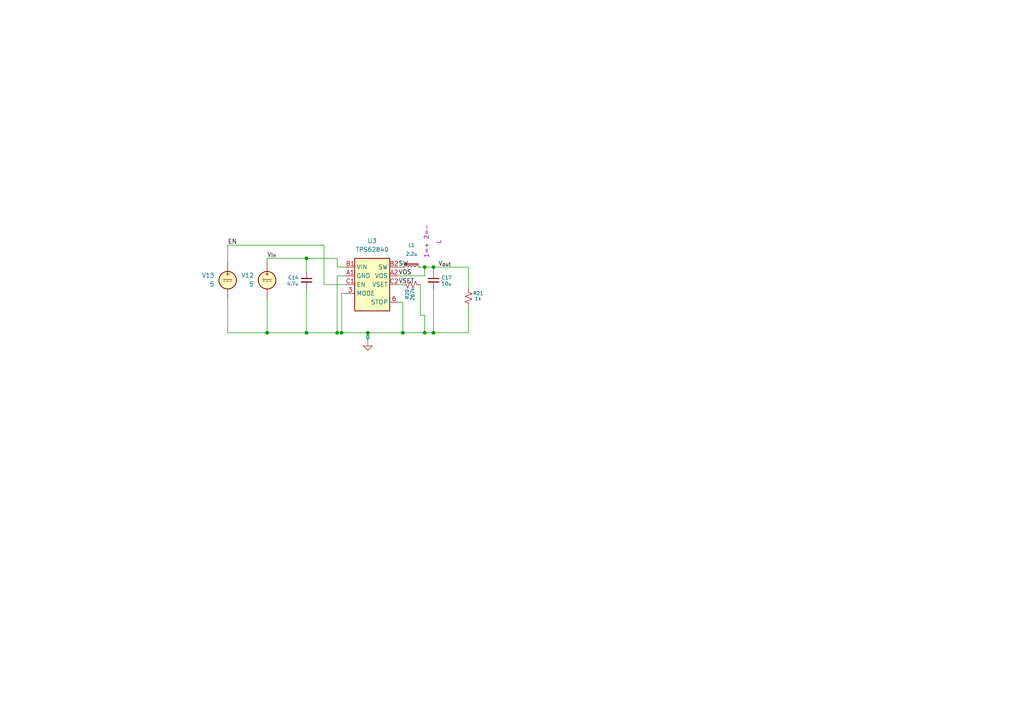
<source format=kicad_sch>
(kicad_sch (version 20250114) (generator "eeschema") (generator_version "9.0")
  (paper "A4")
  (lib_symbols
    (symbol "Device:C_Small" (pin_numbers (hide yes)) (pin_names (offset 0.254) (hide yes))
      (property "Reference" "C" (at 0.254 1.778 0))
      (property "Value" "C_Small" (at 0.254 -2.032 0))
      (symbol "C_Small_0_1"
        (polyline (pts (xy -1.524 0.508) (xy 1.524 0.508)) (stroke (width 0.3048)))
        (polyline (pts (xy -1.524 -0.508) (xy 1.524 -0.508)) (stroke (width 0.3302)))
      )
      (symbol "C_Small_1_1"
        (pin passive line (at 0 2.54 270) (length 2.032) (name "~") (number "1"))
        (pin passive line (at 0 -2.54 90) (length 2.032) (name "~") (number "2"))
      )
    )
    (symbol "Device:L_Iron_Small" (pin_numbers (hide yes)) (pin_names (offset 0.254) (hide yes))
      (property "Reference" "L" (at 1.27 1.016 0))
      (property "Value" "L_Iron_Small" (at 1.27 -1.27 0))
      (symbol "L_Iron_Small_0_1"
        (arc (start 0 2.032) (mid 0.5058 1.524) (end 0 1.016))
        (arc (start 0 1.016) (mid 0.5058 0.508) (end 0 0))
        (arc (start 0 0) (mid 0.5058 -0.508) (end 0 -1.016))
        (arc (start 0 -1.016) (mid 0.5058 -1.524) (end 0 -2.032))
        (polyline (pts (xy 0.762 2.032) (xy 0.762 -2.032)))
        (polyline (pts (xy 1.016 -2.032) (xy 1.016 2.032)))
      )
      (symbol "L_Iron_Small_1_1"
        (pin passive line (at 0 2.54 270) (length 0.508) (name "~") (number "1"))
        (pin passive line (at 0 -2.54 90) (length 0.508) (name "~") (number "2"))
      )
    )
    (symbol "Device:R_Small_US" (pin_numbers (hide yes)) (pin_names (offset 0.254) (hide yes))
      (property "Reference" "R" (at 0.762 0.508 0))
      (property "Value" "R_Small_US" (at 0.762 -1.016 0))
      (symbol "R_Small_US_1_1"
        (polyline (pts (xy 0 1.524) (xy 1.016 1.143) (xy 0 0.762) (xy -1.016 0.381) (xy 0 0)))
        (polyline (pts (xy 0 0) (xy 1.016 -0.381) (xy 0 -0.762) (xy -1.016 -1.143) (xy 0 -1.524)))
        (pin passive line (at 0 2.54 270) (length 1.016) (name "~") (number "1"))
        (pin passive line (at 0 -2.54 90) (length 1.016) (name "~") (number "2"))
      )
    )
    (symbol "Simulation_SPICE:0" (power) (pin_numbers (hide yes)) (pin_names (offset 0) (hide yes))
      (property "Value" "0" (at 0 -2.54 0))
      (symbol "0_0_1"
        (polyline (pts (xy -1.27 0) (xy 0 -1.27) (xy 1.27 0) (xy -1.27 0)))
      )
      (symbol "0_1_1"
        (pin power_in line (at 0 0 0) (length 0) (name "~") (number "1"))
      )
    )
    (symbol "Simulation_SPICE:VDC" (pin_numbers (hide yes)) (pin_names (offset 0.0254))
      (property "Reference" "V" (at 2.54 2.54 0))
      (property "Value" "1" (at 2.54 0 0))
      (symbol "VDC_0_0"
        (polyline (pts (xy -1.27 0.254) (xy 1.27 0.254)))
        (polyline (pts (xy -0.762 -0.254) (xy -1.27 -0.254)))
        (polyline (pts (xy 0.254 -0.254) (xy -0.254 -0.254)))
        (polyline (pts (xy 1.27 -0.254) (xy 0.762 -0.254)))
        (text "+" (at 0 1.905 0) (effects (font (size 1.27 1.27))))
      )
      (symbol "VDC_0_1"
        (circle (center 0 0) (radius 2.54) (stroke (width 0.254)) (fill (type background)))
      )
      (symbol "VDC_1_1"
        (pin passive line (at 0 5.08 270) (length 2.54) (name "~") (number "1"))
        (pin passive line (at 0 -5.08 90) (length 2.54) (name "~") (number "2"))
      )
    )
    (symbol "TPS62840YBG:TPS62840YBG_sim"
      (property "Reference" "U" (at 0 6.35 0))
      (symbol "TPS62840YBG_sim_0_1"
        (rectangle (start -5.08 5.08) (end 5.08 -10.16) (stroke (width 0.254)) (fill (type background)))
      )
      (symbol "TPS62840YBG_sim_1_1"
        (pin power_in line (at -7.62 2.54 0) (length 2.54) (name "VIN") (number "B1"))
        (pin power_in line (at -7.62 0 0) (length 2.54) (name "GND") (number "A1"))
        (pin input line (at -7.62 -2.54 0) (length 2.54) (name "EN") (number "C1"))
        (pin input line (at -7.62 -5.08 0) (length 2.54) (name "MODE") (number "3"))
        (pin open_collector line (at 7.62 2.54 180) (length 2.54) (name "SW") (number "B2"))
        (pin input line (at 7.62 0 180) (length 2.54) (name "VOS") (number "A2"))
        (pin input line (at 7.62 -2.54 180) (length 2.54) (name "VSET") (number "C2"))
        (pin input line (at 7.62 -7.62 180) (length 2.54) (name "STOP") (number "6"))
      )
    )
  )
  (junction (at 123.19 77.47))
  (junction (at 116.84 96.52))
  (junction (at 99.06 96.52))
  (junction (at 77.47 96.52))
  (junction (at 106.68 96.52))
  (junction (at 123.19 96.52))
  (junction (at 88.9 96.52))
  (junction (at 125.73 96.52))
  (junction (at 88.9 74.93))
  (junction (at 97.79 96.52))
  (junction (at 125.73 77.47))
  (wire (pts (xy 123.19 77.47) (xy 125.73 77.47)))
  (wire (pts (xy 115.57 80.01) (xy 123.19 80.01)))
  (wire (pts (xy 100.33 80.01) (xy 97.79 80.01)))
  (wire (pts (xy 77.47 76.2) (xy 77.47 74.93)))
  (wire (pts (xy 123.19 80.01) (xy 123.19 77.47)))
  (wire (pts (xy 135.89 83.82) (xy 135.89 77.47)))
  (wire (pts (xy 66.04 76.2) (xy 66.04 71.12)))
  (wire (pts (xy 97.79 96.52) (xy 99.06 96.52)))
  (wire (pts (xy 93.98 71.12) (xy 93.98 82.55)))
  (wire (pts (xy 115.57 77.47) (xy 116.84 77.47)))
  (wire (pts (xy 115.57 82.55) (xy 116.84 82.55)))
  (wire (pts (xy 99.06 85.09) (xy 100.33 85.09)))
  (wire (pts (xy 66.04 96.52) (xy 77.47 96.52)))
  (wire (pts (xy 106.68 96.52) (xy 106.68 100.33)))
  (wire (pts (xy 125.73 83.82) (xy 125.73 96.52)))
  (wire (pts (xy 88.9 83.82) (xy 88.9 96.52)))
  (wire (pts (xy 125.73 77.47) (xy 135.89 77.47)))
  (wire (pts (xy 66.04 86.36) (xy 66.04 96.52)))
  (wire (pts (xy 66.04 71.12) (xy 93.98 71.12)))
  (wire (pts (xy 100.33 82.55) (xy 93.98 82.55)))
  (wire (pts (xy 77.47 96.52) (xy 88.9 96.52)))
  (wire (pts (xy 116.84 96.52) (xy 123.19 96.52)))
  (wire (pts (xy 106.68 96.52) (xy 116.84 96.52)))
  (wire (pts (xy 115.57 87.63) (xy 116.84 87.63)))
  (wire (pts (xy 135.89 88.9) (xy 135.89 96.52)))
  (wire (pts (xy 77.47 86.36) (xy 77.47 96.52)))
  (wire (pts (xy 88.9 74.93) (xy 97.79 74.93)))
  (wire (pts (xy 88.9 96.52) (xy 97.79 96.52)))
  (wire (pts (xy 135.89 96.52) (xy 125.73 96.52)))
  (wire (pts (xy 97.79 77.47) (xy 100.33 77.47)))
  (wire (pts (xy 97.79 74.93) (xy 97.79 77.47)))
  (wire (pts (xy 121.92 91.44) (xy 123.19 91.44)))
  (wire (pts (xy 123.19 96.52) (xy 125.73 96.52)))
  (wire (pts (xy 88.9 74.93) (xy 88.9 78.74)))
  (wire (pts (xy 116.84 87.63) (xy 116.84 96.52)))
  (wire (pts (xy 125.73 77.47) (xy 125.73 78.74)))
  (wire (pts (xy 99.06 85.09) (xy 99.06 96.52)))
  (wire (pts (xy 123.19 91.44) (xy 123.19 96.52)))
  (wire (pts (xy 99.06 96.52) (xy 106.68 96.52)))
  (wire (pts (xy 77.47 74.93) (xy 88.9 74.93)))
  (wire (pts (xy 121.92 77.47) (xy 123.19 77.47)))
  (wire (pts (xy 97.79 80.01) (xy 97.79 96.52)))
  (wire (pts (xy 121.92 91.44) (xy 121.92 82.55)))
  (label "VSET" (at 115.57 82.55 0))
  (label "VOS" (at 115.57 80.01 0))
  (label "EN" (at 66.04 71.12 0))
  (label "V_{in}" (at 77.47 74.93 0))
  (label "V_{out}" (at 130.81 77.47 180))
  (label "SW" (at 115.57 77.47 0))
  (symbol (lib_id "TPS62840YBG:TPS62840YBG_sim") (at 107.95 80.01 0) (unit 1)
    (property "Reference" "U3" (at 107.95 69.85 0))
    (property "Value" "TPS62840" (at 107.95 72.39 0))
    (property "Footprint" "Package_BGA:Texas_DSBGA-6_0.855x1.255mm_Layout2x3_P0.4mm_LevelC" (effects (hide yes)))
    (property "LCSC" "C2071139" (effects (hide yes)))
    (property "Sim.Library" "C:\\Users\\Hyeonje\\Documents\\STM32-FC\\HW\\STM32-FC_v2\\sim\\lib\\TPS62840_PSPICE_TRANS\\TPS62840_TRANS.LIB" (effects (hide yes)))
    (property "Sim.Name" "TPS62840_TRANS" (effects (hide yes)))
    (property "Sim.Device" "SUBCKT" (effects (hide yes)))
    (property "Sim.Pins" "3=MODE 6=STOP A1=GND A2=VOS B1=VIN B2=SW C1=EN C2=VSET" (effects (hide yes)))
  )
  (symbol (lib_id "Simulation_SPICE:VDC") (at 77.47 81.28 0) (unit 1)
    (property "Reference" "V12" (at 73.66 79.8801 0) (effects (justify right)))
    (property "Value" "5" (at 73.66 82.4201 0) (effects (justify right)))
    (property "Datasheet" "https://ngspice.sourceforge.io/docs/ngspice-html-manual/manual.xhtml#sec_Independent_Sources_for" (effects (hide yes)))
    (property "Description" "Voltage source, DC" (effects (hide yes)))
    (property "Sim.Pins" "1=+ 2=-" (effects (hide yes)))
    (property "Sim.Type" "DC" (effects (hide yes)))
    (property "Sim.Device" "V" (effects (hide yes)))
  )
  (symbol (lib_id "Device:R_Small_US") (at 119.38 82.55 270) (mirror x) (unit 1)
    (property "Reference" "R20" (at 118.11 85.344 0) (effects (font (size 1 1))))
    (property "Value" "267k" (at 119.634 85.344 0) (effects (font (size 1 1))))
    (property "Footprint" "Resistor_SMD:R_0402_1005Metric" (effects (hide yes)))
    (property "Description" "Resistor, small US symbol" (effects (hide yes)))
    (property "Sim.Device" "R" (effects (hide yes)))
    (property "Sim.Pins" "1=+ 2=-" (effects (hide yes)))
    (property "LCSC" "C2998050" (effects (hide yes)))
  )
  (symbol (lib_id "Device:C_Small") (at 88.9 81.28 0) (unit 1)
    (property "Reference" "C14" (at 86.614 80.518 0) (effects (font (size 1 1)) (justify right)))
    (property "Value" "4.7u" (at 86.614 82.296 0) (effects (font (size 1 1)) (justify right)))
    (property "Footprint" "Capacitor_SMD:C_0402_1005Metric" (effects (hide yes)))
    (property "Sim.Device" "C" (effects (hide yes)))
    (property "Sim.Pins" "1=+ 2=-" (effects (hide yes)))
    (property "LCSC" "C307423" (effects (hide yes)))
  )
  (symbol (lib_id "Device:L_Iron_Small") (at 119.38 77.47 90) (unit 1)
    (property "Reference" "L1" (at 119.38 71.12 90) (effects (font (size 1 1))))
    (property "Value" "2.2u" (at 119.38 73.66 90) (effects (font (size 1 1))))
    (property "Footprint" "VLS201610ET-2R2M:VLS201610ET-2R2M" (effects (hide yes)))
    (property "Description" "Inductor with iron core, small symbol" (effects (hide yes)))
    (property "LCSC" "C114768" (effects (hide yes)))
    (property "Sim.Device" "L" (at 127.254 70.104 0))
    (property "Sim.Pins" "1=+ 2=-" (at 123.698 69.85 0))
  )
  (symbol (lib_id "Simulation_SPICE:0") (at 106.68 100.33 0) (unit 1)
    (property "Reference" "#GND07" (effects (hide yes)))
    (property "Value" "0" (at 106.68 97.79 0))
    (property "Datasheet" "https://ngspice.sourceforge.io/docs/ngspice-html-manual/manual.xhtml#subsec_Circuit_elements__device" (effects (hide yes)))
    (property "Description" "0V reference potential for simulation" (effects (hide yes)))
  )
  (symbol (lib_id "Device:C_Small") (at 125.73 81.28 0) (unit 1)
    (property "Reference" "C17" (at 128.016 80.518 0) (effects (font (size 1 1)) (justify left)))
    (property "Value" "10u" (at 128.016 82.296 0) (effects (font (size 1 1)) (justify left)))
    (property "Footprint" "Capacitor_SMD:C_0402_1005Metric" (effects (hide yes)))
    (property "Sim.Device" "C" (effects (hide yes)))
    (property "Sim.Pins" "1=+ 2=-" (effects (hide yes)))
    (property "LCSC" "C307415" (effects (hide yes)))
  )
  (symbol (lib_id "Device:R_Small_US") (at 135.89 86.36 180) (unit 1)
    (property "Reference" "R21" (at 138.684 85.09 0) (effects (font (size 1 1))))
    (property "Value" "1k" (at 138.684 86.614 0) (effects (font (size 1 1))))
    (property "Footprint" "Resistor_SMD:R_0402_1005Metric" (effects (hide yes)))
    (property "Description" "Resistor, small US symbol" (effects (hide yes)))
    (property "Sim.Device" "R" (effects (hide yes)))
    (property "Sim.Pins" "1=+ 2=-" (effects (hide yes)))
    (property "LCSC" "C2998050" (effects (hide yes)))
  )
  (symbol (lib_id "Simulation_SPICE:VDC") (at 66.04 81.28 0) (unit 1)
    (property "Reference" "V13" (at 62.23 79.8801 0) (effects (justify right)))
    (property "Value" "5" (at 62.23 82.4201 0) (effects (justify right)))
    (property "Datasheet" "https://ngspice.sourceforge.io/docs/ngspice-html-manual/manual.xhtml#sec_Independent_Sources_for" (effects (hide yes)))
    (property "Description" "Voltage source, DC" (effects (hide yes)))
    (property "Sim.Pins" "1=+ 2=-" (effects (hide yes)))
    (property "Sim.Type" "DC" (effects (hide yes)))
    (property "Sim.Device" "V" (effects (hide yes)))
  )
)
</source>
